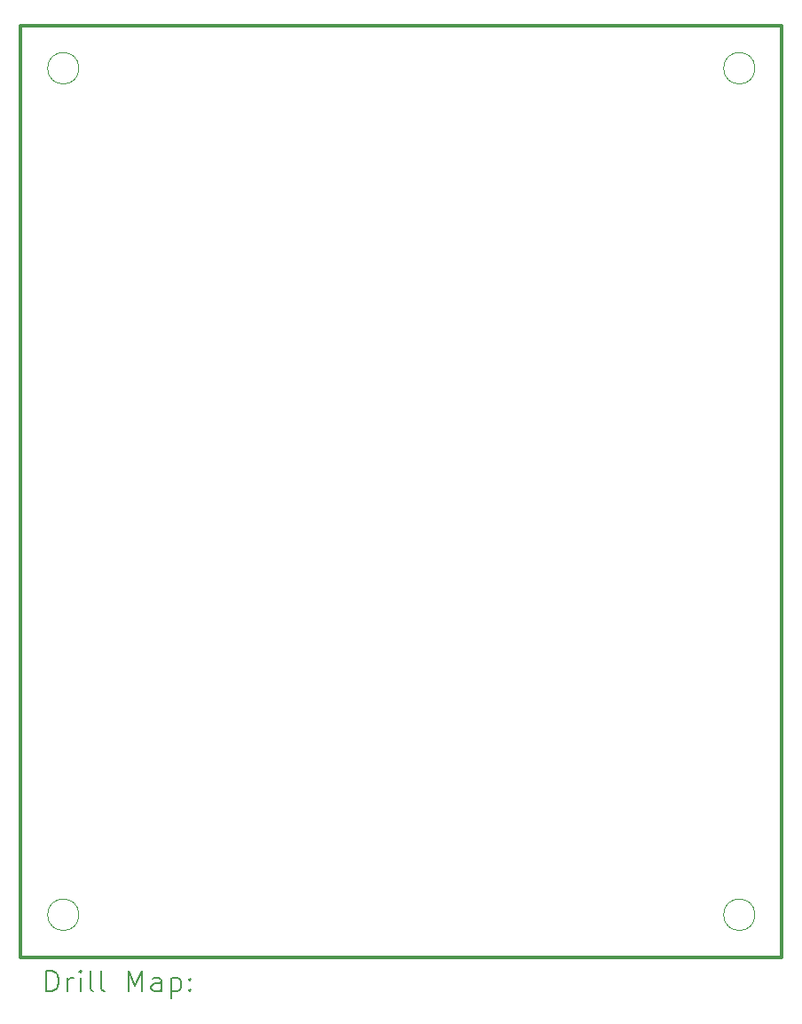
<source format=gbr>
%TF.GenerationSoftware,KiCad,Pcbnew,8.0.8*%
%TF.CreationDate,2025-06-13T10:02:37+02:00*%
%TF.ProjectId,Shield,53686965-6c64-42e6-9b69-6361645f7063,rev?*%
%TF.SameCoordinates,Original*%
%TF.FileFunction,Drillmap*%
%TF.FilePolarity,Positive*%
%FSLAX45Y45*%
G04 Gerber Fmt 4.5, Leading zero omitted, Abs format (unit mm)*
G04 Created by KiCad (PCBNEW 8.0.8) date 2025-06-13 10:02:37*
%MOMM*%
%LPD*%
G01*
G04 APERTURE LIST*
%ADD10C,0.050000*%
%ADD11C,0.300000*%
%ADD12C,0.200000*%
G04 APERTURE END LIST*
D10*
X17879200Y-15138400D02*
G75*
G02*
X17579200Y-15138400I-150000J0D01*
G01*
X17579200Y-15138400D02*
G75*
G02*
X17879200Y-15138400I150000J0D01*
G01*
D11*
X10871200Y-6654800D02*
X18135600Y-6654800D01*
X18135600Y-15544800D01*
X10871200Y-15544800D01*
X10871200Y-6654800D01*
D10*
X17879200Y-7061200D02*
G75*
G02*
X17579200Y-7061200I-150000J0D01*
G01*
X17579200Y-7061200D02*
G75*
G02*
X17879200Y-7061200I150000J0D01*
G01*
X11427600Y-7061200D02*
G75*
G02*
X11127600Y-7061200I-150000J0D01*
G01*
X11127600Y-7061200D02*
G75*
G02*
X11427600Y-7061200I150000J0D01*
G01*
X11427600Y-15138400D02*
G75*
G02*
X11127600Y-15138400I-150000J0D01*
G01*
X11127600Y-15138400D02*
G75*
G02*
X11427600Y-15138400I150000J0D01*
G01*
D12*
X11116977Y-15871284D02*
X11116977Y-15671284D01*
X11116977Y-15671284D02*
X11164596Y-15671284D01*
X11164596Y-15671284D02*
X11193167Y-15680808D01*
X11193167Y-15680808D02*
X11212215Y-15699855D01*
X11212215Y-15699855D02*
X11221739Y-15718903D01*
X11221739Y-15718903D02*
X11231262Y-15756998D01*
X11231262Y-15756998D02*
X11231262Y-15785569D01*
X11231262Y-15785569D02*
X11221739Y-15823665D01*
X11221739Y-15823665D02*
X11212215Y-15842712D01*
X11212215Y-15842712D02*
X11193167Y-15861760D01*
X11193167Y-15861760D02*
X11164596Y-15871284D01*
X11164596Y-15871284D02*
X11116977Y-15871284D01*
X11316977Y-15871284D02*
X11316977Y-15737950D01*
X11316977Y-15776046D02*
X11326501Y-15756998D01*
X11326501Y-15756998D02*
X11336024Y-15747474D01*
X11336024Y-15747474D02*
X11355072Y-15737950D01*
X11355072Y-15737950D02*
X11374120Y-15737950D01*
X11440786Y-15871284D02*
X11440786Y-15737950D01*
X11440786Y-15671284D02*
X11431262Y-15680808D01*
X11431262Y-15680808D02*
X11440786Y-15690331D01*
X11440786Y-15690331D02*
X11450310Y-15680808D01*
X11450310Y-15680808D02*
X11440786Y-15671284D01*
X11440786Y-15671284D02*
X11440786Y-15690331D01*
X11564596Y-15871284D02*
X11545548Y-15861760D01*
X11545548Y-15861760D02*
X11536024Y-15842712D01*
X11536024Y-15842712D02*
X11536024Y-15671284D01*
X11669358Y-15871284D02*
X11650310Y-15861760D01*
X11650310Y-15861760D02*
X11640786Y-15842712D01*
X11640786Y-15842712D02*
X11640786Y-15671284D01*
X11897929Y-15871284D02*
X11897929Y-15671284D01*
X11897929Y-15671284D02*
X11964596Y-15814141D01*
X11964596Y-15814141D02*
X12031262Y-15671284D01*
X12031262Y-15671284D02*
X12031262Y-15871284D01*
X12212215Y-15871284D02*
X12212215Y-15766522D01*
X12212215Y-15766522D02*
X12202691Y-15747474D01*
X12202691Y-15747474D02*
X12183643Y-15737950D01*
X12183643Y-15737950D02*
X12145548Y-15737950D01*
X12145548Y-15737950D02*
X12126501Y-15747474D01*
X12212215Y-15861760D02*
X12193167Y-15871284D01*
X12193167Y-15871284D02*
X12145548Y-15871284D01*
X12145548Y-15871284D02*
X12126501Y-15861760D01*
X12126501Y-15861760D02*
X12116977Y-15842712D01*
X12116977Y-15842712D02*
X12116977Y-15823665D01*
X12116977Y-15823665D02*
X12126501Y-15804617D01*
X12126501Y-15804617D02*
X12145548Y-15795093D01*
X12145548Y-15795093D02*
X12193167Y-15795093D01*
X12193167Y-15795093D02*
X12212215Y-15785569D01*
X12307453Y-15737950D02*
X12307453Y-15937950D01*
X12307453Y-15747474D02*
X12326501Y-15737950D01*
X12326501Y-15737950D02*
X12364596Y-15737950D01*
X12364596Y-15737950D02*
X12383643Y-15747474D01*
X12383643Y-15747474D02*
X12393167Y-15756998D01*
X12393167Y-15756998D02*
X12402691Y-15776046D01*
X12402691Y-15776046D02*
X12402691Y-15833188D01*
X12402691Y-15833188D02*
X12393167Y-15852236D01*
X12393167Y-15852236D02*
X12383643Y-15861760D01*
X12383643Y-15861760D02*
X12364596Y-15871284D01*
X12364596Y-15871284D02*
X12326501Y-15871284D01*
X12326501Y-15871284D02*
X12307453Y-15861760D01*
X12488405Y-15852236D02*
X12497929Y-15861760D01*
X12497929Y-15861760D02*
X12488405Y-15871284D01*
X12488405Y-15871284D02*
X12478882Y-15861760D01*
X12478882Y-15861760D02*
X12488405Y-15852236D01*
X12488405Y-15852236D02*
X12488405Y-15871284D01*
X12488405Y-15747474D02*
X12497929Y-15756998D01*
X12497929Y-15756998D02*
X12488405Y-15766522D01*
X12488405Y-15766522D02*
X12478882Y-15756998D01*
X12478882Y-15756998D02*
X12488405Y-15747474D01*
X12488405Y-15747474D02*
X12488405Y-15766522D01*
M02*

</source>
